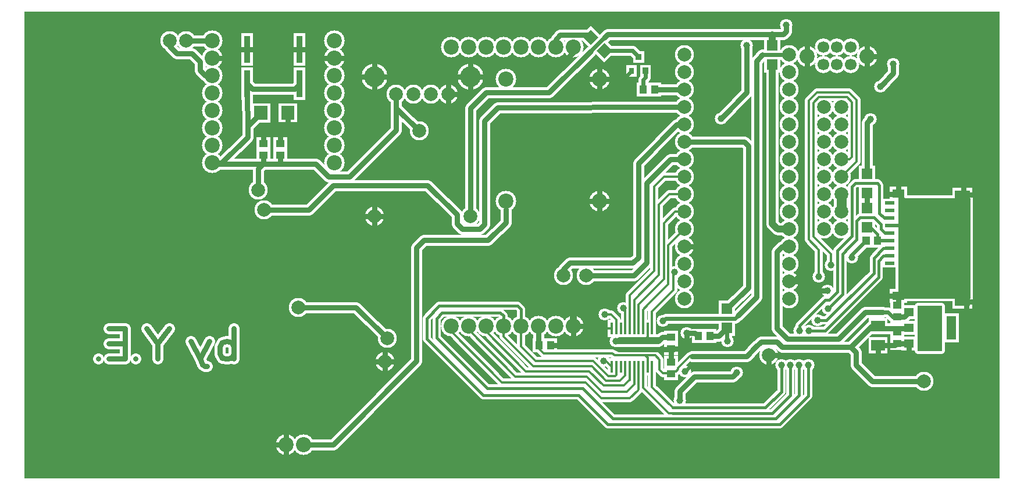
<source format=gbr>
%FSLAX34Y34*%
%MOMM*%
%LNSILK_TOP*%
G71*
G01*
%ADD10C, 2.80*%
%ADD11C, 3.00*%
%ADD12C, 3.80*%
%ADD13R, 2.60X2.00*%
%ADD14R, 3.00X2.00*%
%ADD15R, 2.20X1.30*%
%ADD16C, 0.85*%
%ADD17C, 1.30*%
%ADD18C, 2.50*%
%ADD19C, 3.00*%
%ADD20R, 1.90X2.00*%
%ADD21C, 1.40*%
%ADD22C, 1.60*%
%ADD23R, 2.20X2.00*%
%ADD24R, 2.20X4.30*%
%ADD25R, 2.00X1.90*%
%ADD26R, 2.80X2.40*%
%ADD27R, 2.40X2.40*%
%ADD28C, 1.80*%
%ADD29C, 0.80*%
%ADD30R, 1.70X4.80*%
%ADD31C, 1.80*%
%ADD32C, 2.80*%
%ADD33C, 2.20*%
%ADD34C, 1.59*%
%ADD35C, 1.15*%
%ADD36R, 1.60X1.70*%
%ADD37C, 0.60*%
%ADD38C, 1.20*%
%ADD39R, 1.20X2.60*%
%ADD40C, 1.00*%
%ADD41C, 0.35*%
%ADD42R, 2.70X2.80*%
%ADD43C, 0.90*%
%ADD44C, 2.00*%
%ADD45C, 2.20*%
%ADD46R, 1.80X1.20*%
%ADD47R, 2.20X1.20*%
%ADD48R, 1.40X0.50*%
%ADD49C, 0.05*%
%ADD50C, 0.50*%
%ADD51C, 1.70*%
%ADD52C, 2.20*%
%ADD53R, 1.10X1.20*%
%ADD54R, 1.40X1.20*%
%ADD55R, 1.40X3.50*%
%ADD56R, 1.20X1.10*%
%ADD57R, 2.00X1.60*%
%ADD58R, 1.60X1.60*%
%ADD59R, 0.90X4.00*%
%ADD60C, 1.00*%
%ADD61C, 2.00*%
%ADD62C, 0.79*%
%ADD63R, 0.80X0.90*%
%ADD64C, 0.40*%
%ADD65R, 0.40X1.80*%
%ADD66C, 0.10*%
%LPD*%
G36*
X0Y1000000D02*
X1420000Y1000000D01*
X1420000Y320000D01*
X0Y320000D01*
X0Y1000000D01*
G37*
%LPC*%
X960812Y936885D02*
G54D10*
D03*
X960812Y911485D02*
G54D10*
D03*
X960812Y886085D02*
G54D10*
D03*
X960812Y860685D02*
G54D10*
D03*
X960812Y835285D02*
G54D10*
D03*
X960812Y809885D02*
G54D10*
D03*
X960812Y784485D02*
G54D10*
D03*
X960812Y759085D02*
G54D10*
D03*
X960812Y733685D02*
G54D10*
D03*
X960812Y708285D02*
G54D10*
D03*
X960812Y682885D02*
G54D10*
D03*
X960812Y657485D02*
G54D10*
D03*
X960812Y632085D02*
G54D10*
D03*
X960812Y606685D02*
G54D10*
D03*
X960812Y581285D02*
G54D10*
D03*
X1113212Y936885D02*
G54D10*
D03*
X1113212Y911485D02*
G54D10*
D03*
X1113212Y886085D02*
G54D10*
D03*
X1113212Y860685D02*
G54D10*
D03*
X1113212Y835285D02*
G54D10*
D03*
X1113212Y809885D02*
G54D10*
D03*
X1113212Y784485D02*
G54D10*
D03*
X1113212Y759085D02*
G54D10*
D03*
X1113212Y733685D02*
G54D10*
D03*
X1113212Y708285D02*
G54D10*
D03*
X1113212Y682885D02*
G54D10*
D03*
X1113212Y657485D02*
G54D10*
D03*
X1113212Y632085D02*
G54D10*
D03*
X1113212Y606685D02*
G54D10*
D03*
X1113212Y581285D02*
G54D10*
D03*
X700738Y901900D02*
G54D11*
D03*
X700738Y724100D02*
G54D11*
D03*
X837262Y901900D02*
G54D11*
D03*
X837262Y724100D02*
G54D11*
D03*
X649500Y701500D02*
G54D10*
D03*
X649500Y904700D02*
G54D12*
D03*
X509500Y701500D02*
G54D10*
D03*
X509500Y904700D02*
G54D12*
D03*
X541400Y879300D02*
G54D10*
D03*
X566800Y879300D02*
G54D10*
D03*
X592200Y879300D02*
G54D10*
D03*
X617600Y879300D02*
G54D10*
D03*
X1272500Y734500D02*
G54D13*
D03*
X1366000Y577000D02*
G54D14*
D03*
X1272500Y585500D02*
G54D13*
D03*
X1366000Y733000D02*
G54D14*
D03*
X1259500Y655000D02*
G54D15*
D03*
X1259500Y666000D02*
G54D15*
D03*
X1259500Y677000D02*
G54D15*
D03*
X1259500Y688000D02*
G54D15*
D03*
X1259500Y699000D02*
G54D15*
D03*
X1259500Y710000D02*
G54D15*
D03*
X1259500Y721000D02*
G54D15*
D03*
X1259500Y633000D02*
G54D15*
D03*
X1259500Y644000D02*
G54D15*
D03*
G36*
X1376688Y582333D02*
X1376688Y727833D01*
X1282188Y727833D01*
X1279688Y730333D01*
X1272188Y730333D01*
X1272188Y582333D01*
X1376688Y582333D01*
G37*
G54D16*
X1376688Y582333D02*
X1376688Y727833D01*
X1282188Y727833D01*
X1279688Y730333D01*
X1272188Y730333D01*
X1272188Y582333D01*
X1376688Y582333D01*
G54D17*
X1259500Y688000D02*
X1277530Y688000D01*
X1277592Y688063D01*
X1163112Y947894D02*
G54D18*
D03*
X1163112Y922494D02*
G54D18*
D03*
X1183112Y947894D02*
G54D18*
D03*
X1183112Y922494D02*
G54D18*
D03*
X1203112Y947894D02*
G54D18*
D03*
X1203112Y922494D02*
G54D18*
D03*
X1139612Y934194D02*
G54D19*
D03*
X1226612Y934194D02*
G54D19*
D03*
X900488Y886085D02*
G54D20*
D03*
X917488Y886085D02*
G54D20*
D03*
X1164012Y860685D02*
G54D10*
D03*
X1189412Y860685D02*
G54D10*
D03*
X1189412Y835285D02*
G54D10*
D03*
X1164012Y835285D02*
G54D10*
D03*
X1164012Y809885D02*
G54D10*
D03*
X1189412Y809885D02*
G54D10*
D03*
X1189412Y784485D02*
G54D10*
D03*
X1164012Y759085D02*
G54D10*
D03*
X1164012Y784485D02*
G54D10*
D03*
X1189412Y759085D02*
G54D10*
D03*
X1164012Y733685D02*
G54D10*
D03*
X1189412Y733685D02*
G54D10*
D03*
X1189412Y708285D02*
G54D10*
D03*
X1164012Y708285D02*
G54D10*
D03*
X1189412Y682885D02*
G54D10*
D03*
X1164012Y682885D02*
G54D10*
D03*
G54D21*
X1074885Y936885D02*
X1066000Y928000D01*
X1066000Y584000D01*
X1035000Y553000D01*
X975000Y553000D01*
G54D22*
X541400Y879300D02*
X541400Y827400D01*
X473000Y759000D01*
X443000Y759000D01*
X424000Y778000D01*
X275050Y778000D01*
X273750Y779300D01*
X1287684Y515934D02*
G54D23*
D03*
X1287684Y538934D02*
G54D23*
D03*
X1287684Y561934D02*
G54D23*
D03*
X1349684Y538934D02*
G54D24*
D03*
X1270500Y572500D02*
G54D25*
D03*
X1270500Y555500D02*
G54D25*
D03*
G54D22*
X1270500Y538500D02*
X1287250Y538500D01*
X1287684Y538934D01*
X1270500Y533500D02*
G54D25*
D03*
X1270500Y516500D02*
G54D25*
D03*
G54D22*
X1270500Y516500D02*
X1287118Y516500D01*
X1287684Y515934D01*
G36*
X1216000Y676000D02*
X1235000Y676000D01*
X1235000Y656000D01*
X1216000Y656000D01*
X1216000Y676000D01*
G37*
X1242500Y666000D02*
G54D20*
D03*
G54D17*
X1259500Y666000D02*
X1242500Y666000D01*
X1243250Y541750D02*
G54D26*
D03*
X1243250Y513750D02*
G54D26*
D03*
G54D22*
X1270500Y538500D02*
X1248000Y538500D01*
X1243250Y541750D01*
X1088885Y950885D02*
G54D27*
D03*
X1088885Y922885D02*
G54D27*
D03*
G54D21*
X1113212Y936885D02*
X1074885Y936885D01*
G54D28*
X1088885Y950885D02*
X1088885Y965885D01*
X1089000Y966000D01*
G54D28*
X1088885Y922885D02*
X1088885Y691115D01*
X1096000Y684000D01*
G54D28*
X1113212Y682885D02*
X1097115Y682885D01*
X1096000Y684000D01*
G54D22*
X1113212Y657485D02*
X1103485Y657485D01*
X1096000Y650000D01*
X1096000Y538000D01*
G54D29*
X394000Y339000D02*
X1215000Y339000D01*
X1372000Y496000D01*
X1372000Y584000D01*
X211750Y957100D02*
G54D10*
D03*
X235750Y957100D02*
G54D10*
D03*
G54D22*
X211750Y957100D02*
X211750Y949250D01*
X222000Y939000D01*
X244000Y939000D01*
X256000Y927000D01*
X256000Y914000D01*
X261000Y909000D01*
G54D22*
X273750Y906300D02*
X263700Y906300D01*
X261000Y909000D01*
X348000Y808000D02*
G54D25*
D03*
X348000Y791000D02*
G54D25*
D03*
X324652Y944660D02*
G54D30*
D03*
X324652Y894660D02*
G54D30*
D03*
X400652Y944660D02*
G54D30*
D03*
X400652Y894660D02*
G54D30*
D03*
G54D29*
X451550Y931700D02*
X430912Y931700D01*
X422360Y944660D01*
G54D22*
X324652Y894660D02*
X324752Y816752D01*
X287300Y779300D01*
G54D22*
X273750Y779300D02*
X287300Y779300D01*
G54D22*
X400652Y894660D02*
X400652Y894369D01*
X393603Y887321D01*
X331991Y887321D01*
X324652Y894660D01*
G36*
X824798Y979556D02*
X841757Y962574D01*
X824775Y945615D01*
X807816Y962597D01*
X824798Y979556D01*
G37*
G36*
X844598Y959757D02*
X861556Y942775D01*
X844574Y925816D01*
X827615Y942799D01*
X844598Y959757D01*
G37*
G54D21*
X806402Y924402D02*
X849000Y967000D01*
X381300Y369400D02*
G54D11*
D03*
X406700Y369400D02*
G54D11*
D03*
G54D29*
X381300Y351400D02*
X381300Y351700D01*
X394000Y339000D01*
G54D22*
X406700Y369400D02*
X449400Y369400D01*
X571000Y491000D01*
X571000Y656000D01*
X582000Y667000D01*
X373000Y808000D02*
G54D25*
D03*
X373000Y791000D02*
G54D25*
D03*
G54D22*
X348000Y791000D02*
X348000Y779000D01*
G54D22*
X373000Y791000D02*
X373000Y779000D01*
G54D29*
X388000Y828000D02*
X392000Y808000D01*
X415000Y831000D01*
G54D29*
X430912Y931700D02*
X419912Y835912D01*
X415000Y831000D01*
X1157000Y614000D02*
G54D31*
D03*
G54D29*
X1130000Y617000D02*
X1130000Y878000D01*
X1144000Y892000D01*
X1205000Y892000D01*
X1270000Y827000D01*
X1344000Y827000D01*
X1367000Y804000D01*
X1367000Y709000D01*
X1023000Y567000D02*
G54D27*
D03*
X1023000Y539000D02*
G54D27*
D03*
G54D22*
X1048115Y809885D02*
X1054000Y804000D01*
X1054000Y598000D01*
X1023000Y567000D01*
X1310000Y461000D02*
G54D32*
D03*
G54D33*
X1189412Y708285D02*
X1189412Y733685D01*
G54D22*
X649500Y701500D02*
X649500Y859300D01*
X672200Y882000D01*
X764000Y882000D01*
X824402Y942402D01*
G54D22*
X849000Y967000D02*
X844000Y962000D01*
G54D22*
X1074885Y936885D02*
X1066000Y928000D01*
X1066000Y584000D01*
X1039000Y557000D01*
X1084000Y499000D02*
G54D32*
D03*
G54D22*
X700738Y712100D02*
X700738Y692738D01*
X675000Y667000D01*
X582000Y667000D01*
X571000Y656000D01*
G54D22*
X917488Y886085D02*
X960812Y886085D01*
G54D22*
X780000Y966000D02*
X821373Y966000D01*
X824787Y962586D01*
G54D22*
X773500Y947900D02*
X773500Y959500D01*
X780000Y966000D01*
G54D29*
X509500Y904700D02*
X649500Y904700D01*
X525000Y490000D02*
G54D32*
D03*
X340000Y740000D02*
G54D32*
D03*
G54D22*
X340000Y740000D02*
X340000Y771000D01*
X348000Y779000D01*
X349000Y711000D02*
G54D32*
D03*
G54D22*
X349000Y711000D02*
X414000Y711000D01*
X450000Y747000D01*
X587000Y747000D01*
X630000Y704000D01*
G54D22*
X630000Y704000D02*
X630000Y691000D01*
X638000Y683000D01*
X663000Y683000D01*
X670000Y690000D01*
X670000Y841000D01*
X689285Y860285D01*
G54D22*
X960812Y860685D02*
X689285Y860285D01*
X670000Y841000D01*
G54D22*
X960812Y809885D02*
X1048115Y809885D01*
X1054000Y804000D01*
X575000Y826000D02*
G54D32*
D03*
X818000Y615000D02*
G54D32*
D03*
G54D22*
X818000Y615000D02*
X887000Y615000D01*
X906000Y634000D01*
X906000Y750000D01*
X939000Y783000D01*
G54D22*
X960812Y784485D02*
X940485Y784485D01*
X939000Y783000D01*
X528000Y524000D02*
G54D32*
D03*
X399000Y569000D02*
G54D32*
D03*
G54D22*
X399000Y569000D02*
X483000Y569000D01*
X528000Y524000D01*
X785000Y615000D02*
G54D32*
D03*
G54D22*
X785000Y615000D02*
X785000Y625000D01*
X794000Y634000D01*
X886000Y634000D01*
X894000Y642000D01*
X894000Y779000D01*
X947000Y832000D01*
G54D22*
X960812Y835285D02*
X950285Y835285D01*
X947000Y832000D01*
G54D29*
X381300Y369400D02*
X352600Y369400D01*
X352000Y370000D01*
G54D29*
X381300Y369400D02*
X381300Y407300D01*
X382000Y408000D01*
G54D29*
X525000Y490000D02*
X547000Y490000D01*
G54D29*
X525000Y490000D02*
X525000Y505000D01*
G54D29*
X525000Y490000D02*
X525000Y469000D01*
G54D29*
X451550Y931700D02*
X482500Y931700D01*
X510000Y934000D01*
G54D29*
X509500Y904700D02*
X509500Y933500D01*
X510000Y934000D01*
G54D29*
X509500Y904700D02*
X509500Y875500D01*
X510000Y875000D01*
G54D29*
X509500Y904700D02*
X485700Y904700D01*
X485000Y904000D01*
G54D29*
X649500Y904700D02*
X649500Y927500D01*
X649000Y928000D01*
G54D29*
X649500Y904700D02*
X649500Y881500D01*
X649000Y881000D01*
G54D29*
X837262Y901900D02*
X816100Y901900D01*
X816000Y902000D01*
G54D29*
X837262Y901900D02*
X859100Y901900D01*
X861000Y900000D01*
G54D29*
X837262Y901900D02*
X837262Y919738D01*
X837000Y920000D01*
G54D29*
X837262Y901900D02*
X837262Y876738D01*
X838000Y876000D01*
G54D29*
X509500Y701500D02*
X531500Y701500D01*
X532000Y701000D01*
G54D29*
X509500Y701500D02*
X487500Y701500D01*
X486000Y700000D01*
G54D29*
X509500Y701500D02*
X509500Y723500D01*
X511000Y725000D01*
G54D29*
X509500Y701500D02*
X509500Y671500D01*
X507000Y669000D01*
G54D29*
X837262Y724100D02*
X801900Y724100D01*
X797000Y729000D01*
G54D29*
X837262Y724100D02*
X864900Y724100D01*
X867000Y722000D01*
G54D29*
X837262Y724100D02*
X837262Y750738D01*
X835000Y753000D01*
G54D29*
X837262Y724100D02*
X837262Y702262D01*
X836000Y701000D01*
G54D29*
X960812Y657485D02*
X992515Y657485D01*
X994000Y656000D01*
G54D29*
X381300Y369400D02*
X381300Y351700D01*
G54D29*
X1366000Y577000D02*
X1385000Y577000D01*
G54D29*
X1366000Y733000D02*
X1386000Y733000D01*
G54D29*
X1273000Y747000D02*
X1273000Y735000D01*
X1272500Y734500D01*
G54D29*
X1257000Y734000D02*
X1272000Y734000D01*
X1272500Y734500D01*
G54D29*
X649500Y904700D02*
X673700Y904700D01*
X674000Y905000D01*
G54D29*
X798900Y947900D02*
X798900Y940900D01*
X778000Y920000D01*
G54D29*
X674000Y905000D02*
X674000Y912000D01*
X685000Y923000D01*
X775000Y923000D01*
X778000Y920000D01*
G54D22*
X541400Y879300D02*
X541400Y859600D01*
X575000Y826000D01*
G54D29*
X348000Y808000D02*
X348000Y828000D01*
G54D29*
X373000Y808000D02*
X373000Y827000D01*
G54D29*
X388000Y828000D02*
X374000Y828000D01*
X373000Y827000D01*
X349000Y827000D01*
X348000Y828000D01*
G54D29*
X400652Y944660D02*
X422360Y944660D01*
X422700Y945000D01*
G54D29*
X324652Y944660D02*
X304040Y944660D01*
X303700Y945000D01*
G54D29*
X617600Y879300D02*
X617600Y853400D01*
X618000Y853000D01*
X621000Y853000D01*
X649000Y881000D01*
G54D29*
X617600Y879300D02*
X617600Y892600D01*
G54D29*
X617600Y879300D02*
X647300Y879300D01*
X649000Y881000D01*
G54D29*
X381300Y369400D02*
X381300Y448900D01*
X412400Y480000D01*
G54D29*
X525000Y490000D02*
X422400Y490000D01*
X412400Y480000D01*
G54D29*
X798900Y541500D02*
X798900Y514300D01*
X798800Y515200D01*
G54D29*
X817570Y541500D02*
X798900Y541500D01*
G54D29*
X1272500Y585500D02*
X1272500Y573260D01*
G54D29*
X1139612Y934194D02*
X1139612Y954052D01*
X1139660Y954100D01*
G54D29*
X1139612Y934194D02*
X1139612Y907348D01*
X1140300Y906660D01*
G54D29*
X324652Y944660D02*
X400652Y944660D01*
X749590Y514070D02*
G54D20*
D03*
X766590Y514070D02*
G54D20*
D03*
G54D22*
X748100Y541500D02*
X748100Y515560D01*
X749590Y514070D01*
G54D29*
X766590Y514070D02*
X798070Y514070D01*
G54D22*
X273750Y957100D02*
X235750Y957100D01*
X621100Y947900D02*
G54D11*
D03*
X621100Y541500D02*
G54D11*
D03*
X646500Y947900D02*
G54D11*
D03*
X646500Y541500D02*
G54D11*
D03*
X671900Y947900D02*
G54D11*
D03*
X671900Y541500D02*
G54D11*
D03*
X697300Y947900D02*
G54D11*
D03*
X697300Y541500D02*
G54D11*
D03*
X722700Y947900D02*
G54D11*
D03*
X722700Y541500D02*
G54D11*
D03*
X748100Y947900D02*
G54D11*
D03*
X748100Y541500D02*
G54D11*
D03*
X773500Y947900D02*
G54D11*
D03*
X773500Y541500D02*
G54D11*
D03*
X798900Y947900D02*
G54D11*
D03*
X798900Y541500D02*
G54D11*
D03*
G54D34*
X304770Y494334D02*
X304770Y538778D01*
G54D34*
X304770Y512111D02*
X301437Y517667D01*
X294770Y519334D01*
X288103Y517667D01*
X284770Y512111D01*
X284770Y501000D01*
X288103Y495445D01*
X294770Y494334D01*
X301437Y495445D01*
X304770Y501000D01*
G54D34*
X269214Y519334D02*
X255881Y494334D01*
X242547Y519334D01*
G54D34*
X255881Y494334D02*
X259214Y486000D01*
X262547Y483222D01*
X265881Y483222D01*
G54D34*
X210768Y538778D02*
X194101Y516556D01*
X194101Y494334D01*
G54D34*
X194101Y516556D02*
X177435Y538778D01*
G54D34*
X161879Y494334D02*
X161879Y494334D01*
G54D34*
X122990Y494334D02*
X146323Y494334D01*
X146323Y538778D01*
X122990Y538778D01*
G54D34*
X146323Y516556D02*
X122990Y516556D01*
G54D34*
X107434Y494334D02*
X107434Y494334D01*
G54D29*
X273750Y931700D02*
X304700Y931700D01*
X305000Y932000D01*
X451550Y779300D02*
G54D11*
D03*
X451550Y804700D02*
G54D11*
D03*
X451550Y830100D02*
G54D11*
D03*
X451550Y855500D02*
G54D11*
D03*
X451550Y880900D02*
G54D11*
D03*
X451550Y906300D02*
G54D11*
D03*
X451550Y931700D02*
G54D11*
D03*
X451550Y957100D02*
G54D11*
D03*
X273750Y779300D02*
G54D11*
D03*
X273750Y804700D02*
G54D11*
D03*
X273750Y830100D02*
G54D11*
D03*
X273750Y855500D02*
G54D11*
D03*
X273750Y880900D02*
G54D11*
D03*
X273750Y906300D02*
G54D11*
D03*
X273750Y931700D02*
G54D11*
D03*
X273750Y957100D02*
G54D11*
D03*
X273750Y957100D02*
G54D11*
D03*
G54D29*
X303700Y945000D02*
X303700Y932700D01*
X304700Y931700D01*
G54D22*
X1270500Y555500D02*
X1281250Y555500D01*
X1287684Y561934D01*
G54D21*
X1250000Y562000D02*
X1257000Y562000D01*
X1264000Y555000D01*
X1270000Y555000D01*
X1270500Y555500D01*
G54D29*
X1243250Y513750D02*
X1267750Y513750D01*
X1270500Y516500D01*
G54D35*
X960812Y759085D02*
X931085Y759085D01*
X917000Y745000D01*
X917000Y622000D01*
X895000Y600000D01*
G54D35*
X960812Y733685D02*
X938685Y733685D01*
X924000Y719000D01*
X924000Y616000D01*
X902000Y594000D01*
G54D35*
X960812Y708285D02*
X947285Y708285D01*
X931000Y692000D01*
X931000Y610000D01*
X908000Y587000D01*
X884271Y913760D02*
G54D36*
D03*
G36*
X896271Y922260D02*
X912271Y922260D01*
X912271Y905260D01*
X896271Y905260D01*
X896271Y922260D01*
G37*
G36*
X886271Y942259D02*
X902271Y942260D01*
X902271Y925260D01*
X886271Y925259D01*
X886271Y942259D01*
G37*
G54D21*
X900488Y886085D02*
X900488Y900488D01*
X904000Y904000D01*
G54D21*
X904271Y913760D02*
X904271Y904271D01*
X904000Y904000D01*
G54D37*
X837262Y901900D02*
X872412Y901900D01*
X884271Y913760D01*
G54D21*
X844586Y942787D02*
X885244Y942787D01*
X894271Y933760D01*
X1052000Y951000D02*
G54D31*
D03*
X1014000Y844000D02*
G54D31*
D03*
G54D22*
X1052000Y951000D02*
X1052000Y882000D01*
X1014000Y844000D01*
G54D35*
X697300Y541500D02*
X697300Y526700D01*
X741000Y483000D01*
X826000Y483000D01*
X847000Y462000D01*
X867000Y462000D01*
X873000Y468000D01*
G54D35*
X874867Y482567D02*
X874867Y469867D01*
X873000Y468000D01*
G54D35*
X671900Y541500D02*
X671900Y534100D01*
X730000Y476000D01*
X822000Y476000D01*
X843000Y455000D01*
X873000Y455000D01*
X881000Y463000D01*
G54D35*
X881367Y482567D02*
X881367Y463367D01*
X881000Y463000D01*
G54D35*
X646500Y541500D02*
X646500Y536500D01*
X715000Y468000D01*
X819000Y468000D01*
X841000Y446000D01*
X877000Y446000D01*
X887000Y456000D01*
G54D35*
X887866Y482567D02*
X887866Y456866D01*
X887000Y456000D01*
G54D35*
X621100Y541500D02*
X621100Y533900D01*
X695000Y460000D01*
X817000Y460000D01*
X840000Y437000D01*
X881727Y437000D01*
X892864Y448136D01*
G54D35*
X894367Y482567D02*
X894367Y449639D01*
X892864Y448136D01*
G54D35*
X881367Y538567D02*
X881367Y586367D01*
X917000Y622000D01*
G54D35*
X887867Y538567D02*
X887867Y579867D01*
X923000Y615000D01*
G54D35*
X894367Y538567D02*
X894367Y573367D01*
X931000Y610000D01*
X872000Y568000D02*
G54D31*
D03*
X845000Y559000D02*
G54D31*
D03*
G54D35*
X874867Y538567D02*
X874867Y565133D01*
X872000Y568000D01*
G54D35*
X861867Y538567D02*
X861867Y551133D01*
X855000Y558000D01*
G54D35*
X845000Y559000D02*
X854000Y559000D01*
X855000Y558000D01*
X930000Y549000D02*
G54D31*
D03*
X964000Y532000D02*
G54D31*
D03*
X946812Y620085D02*
G54D31*
D03*
G54D35*
X975000Y553000D02*
X934000Y553000D01*
X930000Y549000D01*
G54D35*
X937500Y619500D02*
X937500Y659574D01*
X960812Y682885D01*
G54D35*
X937500Y619500D02*
X937500Y602500D01*
X908000Y573000D01*
G54D35*
X900867Y565867D02*
X908000Y573000D01*
G54D35*
X945000Y606000D02*
X945000Y618274D01*
X946812Y620085D01*
G54D35*
X945000Y606000D02*
X945000Y594000D01*
X916500Y565500D01*
G54D35*
X913867Y538567D02*
X913867Y562867D01*
X916500Y565500D01*
X981168Y527336D02*
G54D20*
D03*
X998168Y527336D02*
G54D20*
D03*
G54D29*
X1084000Y499000D02*
X1188500Y499000D01*
G54D22*
X1243250Y541750D02*
X1233250Y541750D01*
X1203000Y511500D01*
X1103500Y511500D01*
X1096000Y519000D01*
X1072500Y519000D01*
X1064500Y511000D01*
G54D29*
X964000Y532000D02*
X976504Y532000D01*
X981168Y527336D01*
G54D22*
X998168Y527336D02*
X1011336Y527336D01*
X1023000Y539000D01*
G54D22*
X972000Y498000D02*
X1051500Y498000D01*
X1064500Y511000D01*
X941867Y489567D02*
G54D25*
D03*
X941867Y472567D02*
G54D25*
D03*
G54D38*
X586000Y553000D02*
X586000Y529000D01*
G54D38*
X600000Y553000D02*
X600000Y529000D01*
G54D38*
X697300Y541500D02*
X697300Y556700D01*
X693000Y561000D01*
X608000Y561000D01*
X600000Y553000D01*
G54D38*
X722700Y541500D02*
X722700Y566300D01*
X718000Y571000D01*
X604000Y571000D01*
X586000Y553000D01*
G54D38*
X600000Y529000D02*
X600000Y525000D01*
X674000Y451000D01*
X813000Y451000D01*
X834000Y430000D01*
G54D38*
X586000Y529000D02*
X586000Y523000D01*
X668000Y441000D01*
X807000Y441000D01*
X829000Y419000D01*
G54D35*
X768000Y502000D02*
X756000Y502000D01*
X747000Y511000D01*
G54D29*
X1113212Y606685D02*
X1119685Y606685D01*
X1130000Y617000D01*
G54D29*
X1130000Y648000D02*
X1130000Y617000D01*
G54D35*
X1189412Y784485D02*
X1201485Y784485D01*
X1205000Y788000D01*
X1205000Y868000D01*
X1198000Y875000D01*
X1157000Y875000D01*
X1149000Y867000D01*
X1149000Y846000D01*
G54D35*
X1149000Y846000D02*
X1149000Y672000D01*
X1174000Y647000D01*
X1174000Y631000D01*
G54D35*
X1142000Y679000D02*
X1142000Y668000D01*
X1157000Y653000D01*
G54D35*
X1142000Y679000D02*
X1142000Y870000D01*
X1153000Y881000D01*
G54D35*
X1166000Y882000D02*
X1154000Y882000D01*
X1153000Y881000D01*
G54D35*
X1166000Y882000D02*
X1201000Y882000D01*
X1211000Y872000D01*
G54D35*
X1212000Y862000D02*
X1212000Y871000D01*
X1211000Y872000D01*
G54D35*
X1212000Y812000D02*
X1212000Y781674D01*
X1189412Y759085D01*
G54D35*
X1212000Y862000D02*
X1212000Y812000D01*
G54D29*
X1367000Y804000D02*
X1367000Y709000D01*
X1369000Y707000D01*
X1102000Y485000D02*
G54D31*
D03*
X1115000Y485000D02*
G54D31*
D03*
X1128000Y485000D02*
G54D31*
D03*
X1141000Y485000D02*
G54D31*
D03*
X1129000Y535000D02*
G54D31*
D03*
X1142000Y535000D02*
G54D31*
D03*
X1155000Y550000D02*
G54D31*
D03*
G54D38*
X1141000Y485000D02*
X1141000Y440000D01*
X1100000Y399000D01*
G54D38*
X1128000Y485000D02*
X1128000Y441000D01*
X1094000Y407000D01*
G54D38*
X1115000Y485000D02*
X1115000Y441000D01*
X1089000Y415000D01*
G54D38*
X1102000Y485000D02*
X1102000Y446000D01*
X1079000Y423000D01*
G54D29*
X1372000Y496000D02*
X1294000Y496000D01*
X1287684Y502316D01*
G54D29*
X1287684Y515934D02*
X1287684Y502316D01*
X1294000Y496000D01*
G54D22*
X1179000Y523000D02*
X1111000Y523000D01*
X1097000Y537000D01*
G54D22*
X1096000Y573000D02*
X1096000Y538000D01*
X1097000Y537000D01*
X1174000Y631000D02*
G54D31*
D03*
X1170000Y567000D02*
G54D31*
D03*
G54D38*
X1212000Y685000D02*
X1212000Y668000D01*
X1200000Y656000D01*
G54D38*
X1142000Y535000D02*
X1166000Y535000D01*
X1244000Y613000D01*
X1244000Y637000D01*
X1250000Y643000D01*
G54D38*
X1259500Y644000D02*
X1251000Y644000D01*
X1250000Y643000D01*
G54D38*
X1155000Y550000D02*
X1168000Y550000D01*
X1237000Y619000D01*
X1237000Y641000D01*
X1251000Y655000D01*
G54D38*
X1259500Y655000D02*
X1251000Y655000D01*
X1237000Y641000D01*
G54D38*
X1191000Y647000D02*
X1191000Y588000D01*
X1170000Y567000D01*
G54D38*
X1200000Y656000D02*
X1191000Y647000D01*
G54D38*
X1184000Y626000D02*
X1184000Y652000D01*
X1205000Y673000D01*
G54D38*
X1129000Y535000D02*
X1129000Y543000D01*
X1166000Y580000D01*
X1172000Y580000D01*
X1184000Y592000D01*
X1184000Y626000D01*
G54D35*
X1157000Y614000D02*
X1157000Y653000D01*
X1142000Y668000D01*
X1169000Y593000D02*
G54D31*
D03*
G54D29*
X1113212Y606685D02*
X1130315Y606685D01*
X1144000Y593000D01*
X1169000Y593000D01*
X855367Y538567D02*
G54D39*
D03*
X861867Y538567D02*
G54D39*
D03*
X868367Y538567D02*
G54D39*
D03*
X874867Y538567D02*
G54D39*
D03*
X881367Y538567D02*
G54D39*
D03*
X887867Y538567D02*
G54D39*
D03*
X894367Y538567D02*
G54D39*
D03*
X900867Y538567D02*
G54D39*
D03*
X907367Y538567D02*
G54D39*
D03*
X913867Y538567D02*
G54D39*
D03*
X855367Y482567D02*
G54D39*
D03*
X861867Y482567D02*
G54D39*
D03*
X868367Y482567D02*
G54D39*
D03*
X874867Y482567D02*
G54D39*
D03*
X881367Y482567D02*
G54D39*
D03*
X887867Y482567D02*
G54D39*
D03*
X894367Y482567D02*
G54D39*
D03*
X900867Y482567D02*
G54D39*
D03*
X907367Y482567D02*
G54D39*
D03*
X913867Y482567D02*
G54D39*
D03*
X962000Y476000D02*
G54D31*
D03*
G54D35*
X900867Y538567D02*
X900867Y565867D01*
X908000Y573000D01*
G54D35*
X907367Y538567D02*
X907367Y526367D01*
X905000Y524000D01*
X866000Y524000D01*
X861000Y520000D01*
G54D35*
X722700Y541500D02*
X722700Y512300D01*
X744000Y491000D01*
X828000Y491000D01*
G54D35*
X861867Y482567D02*
X861867Y470867D01*
X860000Y469000D01*
X850000Y469000D01*
X841000Y478000D01*
G54D35*
X828000Y491000D02*
X841000Y478000D01*
G54D35*
X907367Y482567D02*
X907367Y495633D01*
X907000Y496000D01*
X861000Y520000D02*
G54D31*
D03*
G54D35*
X856000Y502000D02*
X859000Y499000D01*
X904000Y499000D01*
X907000Y496000D01*
G54D40*
X798900Y541500D02*
X798900Y561100D01*
X760000Y600000D01*
X760000Y663000D01*
X787000Y690000D01*
X825000Y690000D01*
X837262Y702262D01*
X843000Y491000D02*
G54D31*
D03*
X954000Y433000D02*
G54D31*
D03*
G54D38*
X963000Y423000D02*
X944000Y423000D01*
G54D38*
X963000Y415000D02*
X944000Y415000D01*
G54D38*
X963000Y407000D02*
X944000Y407000D01*
G54D38*
X963000Y399000D02*
X944000Y399000D01*
G54D38*
X963000Y423000D02*
X1079000Y423000D01*
X1102000Y446000D01*
G54D35*
X913867Y482567D02*
X913867Y453133D01*
X944000Y423000D01*
G54D38*
X963000Y415000D02*
X1089000Y415000D01*
X1110000Y436000D01*
G54D35*
X900867Y482567D02*
X900867Y452133D01*
X938000Y415000D01*
X944000Y415000D01*
G54D38*
X944000Y407000D02*
X857000Y407000D01*
X834000Y430000D01*
G54D38*
X944000Y399000D02*
X849000Y399000D01*
X829000Y419000D01*
G54D38*
X963000Y407000D02*
X1094000Y407000D01*
X1115000Y428000D01*
G54D38*
X963000Y399000D02*
X1100000Y399000D01*
X1120000Y419000D01*
G54D22*
X954000Y433000D02*
X954000Y447000D01*
X975000Y468000D01*
X1028000Y468000D01*
X1037000Y474000D02*
G54D31*
D03*
G54D38*
X1028000Y468000D02*
X1031000Y468000D01*
X1037000Y474000D01*
X1024000Y520000D02*
G54D31*
D03*
G54D21*
X1023000Y539000D02*
X1023000Y521000D01*
X1024000Y520000D01*
G54D35*
X843000Y491000D02*
X846934Y491000D01*
X855367Y482567D01*
G54D41*
X855367Y538567D02*
X820503Y538567D01*
X817570Y541500D01*
G54D35*
X768000Y502000D02*
X856000Y502000D01*
X859000Y499000D01*
X941867Y525567D02*
G54D25*
D03*
X941867Y508567D02*
G54D25*
D03*
G54D35*
X904000Y499000D02*
X919000Y499000D01*
X925000Y493000D01*
X925000Y478000D01*
X930000Y473000D01*
X941434Y473000D01*
X941867Y472567D01*
G54D29*
X941867Y489567D02*
X941867Y508567D01*
G54D41*
X859000Y510000D02*
X940434Y510000D01*
X941867Y508567D01*
G54D41*
X839000Y538000D02*
X839000Y520000D01*
X849000Y510000D01*
X859000Y510000D01*
G54D29*
X964000Y532000D02*
X964000Y513000D01*
X960000Y509000D01*
X942300Y509000D01*
X941867Y508567D01*
G54D35*
X945000Y476000D02*
X949000Y476000D01*
X952000Y479000D01*
X952000Y481000D01*
X966000Y495000D01*
G54D35*
X972000Y498000D02*
X969000Y498000D01*
X966000Y495000D01*
G54D35*
X905000Y524000D02*
X940300Y524000D01*
X941867Y525567D01*
G54D22*
X1028000Y468000D02*
X1031000Y468000D01*
X1037000Y474000D01*
X1227000Y714000D02*
G54D27*
D03*
X1227000Y686000D02*
G54D27*
D03*
G54D38*
X1237000Y700000D02*
X1217000Y700000D01*
X1227000Y764000D02*
G54D27*
D03*
X1227000Y736000D02*
G54D27*
D03*
G54D38*
X1237000Y750000D02*
X1217000Y750000D01*
G54D38*
X1212000Y685000D02*
X1212000Y695000D01*
X1217000Y700000D01*
G54D38*
X1259500Y677000D02*
X1253000Y677000D01*
X1247000Y683000D01*
X1247000Y690000D01*
X1237000Y700000D01*
G54D38*
X1242500Y666000D02*
X1242500Y675500D01*
X1232000Y686000D01*
G54D38*
X1205000Y673000D02*
X1205000Y745000D01*
X1210000Y750000D01*
X1217000Y750000D01*
G54D38*
X1259500Y699000D02*
X1252000Y699000D01*
X1245000Y706000D01*
X1245000Y747000D01*
X1242000Y750000D01*
X1237000Y750000D01*
G54D22*
X1227000Y736000D02*
X1227000Y714000D01*
X1232000Y843000D02*
G54D31*
D03*
G54D22*
X1227000Y764000D02*
X1227000Y838000D01*
X1232000Y843000D01*
G54D22*
X1310000Y461000D02*
X1234500Y461000D01*
X1210500Y485000D01*
G54D22*
X1179000Y523000D02*
X1185000Y523000D01*
X1224000Y562000D01*
X1250000Y562000D01*
G54D37*
X1038000Y486000D02*
X1047000Y486000D01*
X1058000Y475000D01*
X1081000Y475000D01*
X1084000Y478000D01*
G54D37*
X1038000Y486000D02*
X972000Y486000D01*
X962000Y476000D01*
G54D29*
X1084000Y499000D02*
X1084000Y478000D01*
G54D29*
X1196000Y892000D02*
X1205000Y892000D01*
X1270000Y827000D01*
X1344000Y827000D01*
X1367000Y804000D01*
X1246000Y891000D02*
G54D31*
D03*
X1265000Y924000D02*
G54D31*
D03*
G54D22*
X1265000Y924000D02*
X1265000Y910000D01*
X1246000Y891000D01*
G54D22*
X844000Y962000D02*
X849000Y967000D01*
X1105000Y967000D01*
X1109000Y980000D02*
G54D31*
D03*
G54D22*
X1109000Y980000D02*
X1109000Y971000D01*
X1105000Y967000D01*
G54D29*
X1226612Y934194D02*
X1226612Y956388D01*
X1226000Y957000D01*
G54D29*
X1226612Y934194D02*
X1226612Y902388D01*
X1227000Y902000D01*
G54D29*
X1226612Y934194D02*
X1248806Y934194D01*
X1249000Y934000D01*
G54D21*
X975000Y553000D02*
X934000Y553000D01*
X930000Y549000D01*
X1205000Y642000D02*
G54D31*
D03*
G54D21*
X1205000Y642000D02*
X1205000Y645500D01*
X1225500Y666000D01*
G36*
X330850Y866350D02*
X357850Y866350D01*
X357850Y838350D01*
X330850Y838350D01*
X330850Y866350D01*
G37*
X383650Y852350D02*
G54D42*
D03*
G54D29*
X383650Y852350D02*
X383650Y832350D01*
X388000Y828000D01*
G54D22*
X344350Y852350D02*
X325000Y833000D01*
G54D22*
X861000Y520000D02*
X923000Y520000D01*
X926000Y523000D01*
G54D22*
X941867Y525567D02*
X928567Y525567D01*
X926000Y523000D01*
G54D29*
X865000Y508000D02*
X941300Y508000D01*
X941867Y508567D01*
G36*
X1335184Y506434D02*
X1300184Y506434D01*
X1300184Y571434D01*
X1335184Y571434D01*
X1335184Y506434D01*
G37*
G54D43*
X1335184Y506434D02*
X1300184Y506434D01*
X1300184Y571434D01*
X1335184Y571434D01*
X1335184Y506434D01*
G54D29*
X1272500Y585500D02*
X1246500Y585500D01*
X1246000Y585000D01*
G54D22*
X1210500Y485000D02*
X1210500Y504000D01*
X1203000Y511500D01*
G54D29*
X1188500Y499000D02*
X1188500Y467500D01*
X1265000Y391000D01*
G54D29*
X1243250Y513750D02*
X1243250Y494250D01*
X1243000Y494000D01*
%LPD*%
X960812Y936885D02*
G54D44*
D03*
X960812Y911485D02*
G54D44*
D03*
X960812Y886085D02*
G54D44*
D03*
X960812Y860685D02*
G54D44*
D03*
X960812Y835285D02*
G54D44*
D03*
X960812Y809885D02*
G54D44*
D03*
X960812Y784485D02*
G54D44*
D03*
X960812Y759085D02*
G54D44*
D03*
X960812Y733685D02*
G54D44*
D03*
X960812Y708285D02*
G54D44*
D03*
X960812Y682885D02*
G54D44*
D03*
X960812Y657485D02*
G54D44*
D03*
X960812Y632085D02*
G54D44*
D03*
X960812Y606685D02*
G54D44*
D03*
X960812Y581285D02*
G54D44*
D03*
X1113212Y936885D02*
G54D44*
D03*
X1113212Y911485D02*
G54D44*
D03*
X1113212Y886085D02*
G54D44*
D03*
X1113212Y860685D02*
G54D44*
D03*
X1113212Y835285D02*
G54D44*
D03*
X1113212Y809885D02*
G54D44*
D03*
X1113212Y784485D02*
G54D44*
D03*
X1113212Y759085D02*
G54D44*
D03*
X1113212Y733685D02*
G54D44*
D03*
X1113212Y708285D02*
G54D44*
D03*
X1113212Y682885D02*
G54D44*
D03*
X1113212Y657485D02*
G54D44*
D03*
X1113212Y632085D02*
G54D44*
D03*
X1113212Y606685D02*
G54D44*
D03*
X1113212Y581285D02*
G54D44*
D03*
X700738Y901900D02*
G54D45*
D03*
X700738Y724100D02*
G54D45*
D03*
X837262Y901900D02*
G54D45*
D03*
X837262Y724100D02*
G54D45*
D03*
X649500Y701500D02*
G54D44*
D03*
X649500Y904700D02*
G54D11*
D03*
X509500Y701500D02*
G54D44*
D03*
X509500Y904700D02*
G54D11*
D03*
X541400Y879300D02*
G54D44*
D03*
X566800Y879300D02*
G54D44*
D03*
X592200Y879300D02*
G54D44*
D03*
X617600Y879300D02*
G54D44*
D03*
X1272500Y734500D02*
G54D46*
D03*
X1366000Y577000D02*
G54D47*
D03*
X1272500Y585500D02*
G54D46*
D03*
X1366000Y733000D02*
G54D47*
D03*
X1259500Y655000D02*
G54D48*
D03*
X1259500Y666000D02*
G54D48*
D03*
X1259500Y677000D02*
G54D48*
D03*
X1259500Y688000D02*
G54D48*
D03*
X1259500Y699000D02*
G54D48*
D03*
X1259500Y710000D02*
G54D48*
D03*
X1259500Y721000D02*
G54D48*
D03*
X1259500Y633000D02*
G54D48*
D03*
X1259500Y644000D02*
G54D48*
D03*
G36*
X1376688Y582333D02*
X1376688Y727833D01*
X1282188Y727833D01*
X1279688Y730333D01*
X1272188Y730333D01*
X1272188Y582333D01*
X1376688Y582333D01*
G37*
G54D49*
X1376688Y582333D02*
X1376688Y727833D01*
X1282188Y727833D01*
X1279688Y730333D01*
X1272188Y730333D01*
X1272188Y582333D01*
X1376688Y582333D01*
G54D50*
X1259500Y688000D02*
X1277530Y688000D01*
X1277592Y688063D01*
X1163112Y947894D02*
G54D51*
D03*
X1163112Y922494D02*
G54D51*
D03*
X1183112Y947894D02*
G54D51*
D03*
X1183112Y922494D02*
G54D51*
D03*
X1203112Y947894D02*
G54D51*
D03*
X1203112Y922494D02*
G54D51*
D03*
X1139612Y934194D02*
G54D52*
D03*
X1226612Y934194D02*
G54D52*
D03*
X900488Y886085D02*
G54D53*
D03*
X917488Y886085D02*
G54D53*
D03*
X1164012Y860685D02*
G54D44*
D03*
X1189412Y860685D02*
G54D44*
D03*
X1189412Y835285D02*
G54D44*
D03*
X1164012Y835285D02*
G54D44*
D03*
X1164012Y809885D02*
G54D44*
D03*
X1189412Y809885D02*
G54D44*
D03*
X1189412Y784485D02*
G54D44*
D03*
X1164012Y759085D02*
G54D44*
D03*
X1164012Y784485D02*
G54D44*
D03*
X1189412Y759085D02*
G54D44*
D03*
X1164012Y733685D02*
G54D44*
D03*
X1189412Y733685D02*
G54D44*
D03*
X1189412Y708285D02*
G54D44*
D03*
X1164012Y708285D02*
G54D44*
D03*
X1189412Y682885D02*
G54D44*
D03*
X1164012Y682885D02*
G54D44*
D03*
G54D37*
X1074885Y936885D02*
X1066000Y928000D01*
X1066000Y584000D01*
X1035000Y553000D01*
X975000Y553000D01*
G54D29*
X541400Y879300D02*
X541400Y827400D01*
X473000Y759000D01*
X443000Y759000D01*
X424000Y778000D01*
X275050Y778000D01*
X273750Y779300D01*
X1287684Y515934D02*
G54D54*
D03*
X1287684Y538934D02*
G54D54*
D03*
X1287684Y561934D02*
G54D54*
D03*
X1349684Y538934D02*
G54D55*
D03*
X1270500Y572500D02*
G54D56*
D03*
X1270500Y555500D02*
G54D56*
D03*
G54D29*
X1270500Y538500D02*
X1287250Y538500D01*
X1287684Y538934D01*
X1270500Y533500D02*
G54D56*
D03*
X1270500Y516500D02*
G54D56*
D03*
G54D29*
X1270500Y516500D02*
X1287118Y516500D01*
X1287684Y515934D01*
G36*
X1220000Y672000D02*
X1231000Y672000D01*
X1231000Y660000D01*
X1220000Y660000D01*
X1220000Y672000D01*
G37*
X1242500Y666000D02*
G54D53*
D03*
G54D50*
X1259500Y666000D02*
X1242500Y666000D01*
X1243250Y541750D02*
G54D57*
D03*
X1243250Y513750D02*
G54D57*
D03*
G54D29*
X1270500Y538500D02*
X1248000Y538500D01*
X1243250Y541750D01*
X1088885Y950885D02*
G54D58*
D03*
X1088885Y922885D02*
G54D58*
D03*
G54D37*
X1113212Y936885D02*
X1074885Y936885D01*
G54D40*
X1088885Y950885D02*
X1088885Y965885D01*
X1089000Y966000D01*
G54D40*
X1088885Y922885D02*
X1088885Y691115D01*
X1096000Y684000D01*
G54D40*
X1113212Y682885D02*
X1097115Y682885D01*
X1096000Y684000D01*
G54D29*
X1113212Y657485D02*
X1103485Y657485D01*
X1096000Y650000D01*
X1096000Y538000D01*
G54D29*
X394000Y339000D02*
X1215000Y339000D01*
X1372000Y496000D01*
X1372000Y584000D01*
X211750Y957100D02*
G54D44*
D03*
X235750Y957100D02*
G54D44*
D03*
G54D29*
X211750Y957100D02*
X211750Y949250D01*
X222000Y939000D01*
X244000Y939000D01*
X256000Y927000D01*
X256000Y914000D01*
X261000Y909000D01*
G54D29*
X273750Y906300D02*
X263700Y906300D01*
X261000Y909000D01*
X348000Y808000D02*
G54D56*
D03*
X348000Y791000D02*
G54D56*
D03*
X324652Y944660D02*
G54D59*
D03*
X324652Y894660D02*
G54D59*
D03*
X400652Y944660D02*
G54D59*
D03*
X400652Y894660D02*
G54D59*
D03*
G54D29*
X451550Y931700D02*
X430912Y931700D01*
X422360Y944660D01*
G54D29*
X324652Y894660D02*
X324752Y816752D01*
X287300Y779300D01*
G54D29*
X273750Y779300D02*
X287300Y779300D01*
G54D29*
X400652Y894660D02*
X400652Y894369D01*
X393603Y887321D01*
X331991Y887321D01*
X324652Y894660D01*
G36*
X824795Y973900D02*
X836100Y962578D01*
X824779Y951272D01*
X813473Y962594D01*
X824795Y973900D01*
G37*
G36*
X844594Y954100D02*
X855900Y942779D01*
X844578Y931473D01*
X833272Y942795D01*
X844594Y954100D01*
G37*
G54D37*
X806402Y924402D02*
X849000Y967000D01*
X381300Y369400D02*
G54D45*
D03*
X406700Y369400D02*
G54D45*
D03*
G54D29*
X381300Y351400D02*
X381300Y351700D01*
X394000Y339000D01*
G54D29*
X406700Y369400D02*
X449400Y369400D01*
X571000Y491000D01*
X571000Y656000D01*
X582000Y667000D01*
X373000Y808000D02*
G54D56*
D03*
X373000Y791000D02*
G54D56*
D03*
G54D29*
X348000Y791000D02*
X348000Y779000D01*
G54D29*
X373000Y791000D02*
X373000Y779000D01*
G54D29*
X388000Y828000D02*
X392000Y808000D01*
X415000Y831000D01*
G54D29*
X430912Y931700D02*
X419912Y835912D01*
X415000Y831000D01*
X1157000Y614000D02*
G54D60*
D03*
G54D29*
X1130000Y617000D02*
X1130000Y878000D01*
X1144000Y892000D01*
X1205000Y892000D01*
X1270000Y827000D01*
X1344000Y827000D01*
X1367000Y804000D01*
X1367000Y709000D01*
X1023000Y567000D02*
G54D58*
D03*
X1023000Y539000D02*
G54D58*
D03*
G54D29*
X1048115Y809885D02*
X1054000Y804000D01*
X1054000Y598000D01*
X1023000Y567000D01*
X1310000Y461000D02*
G54D61*
D03*
G54D21*
X1189412Y708285D02*
X1189412Y733685D01*
G54D29*
X649500Y701500D02*
X649500Y859300D01*
X672200Y882000D01*
X764000Y882000D01*
X824402Y942402D01*
G54D29*
X849000Y967000D02*
X844000Y962000D01*
G54D29*
X1074885Y936885D02*
X1066000Y928000D01*
X1066000Y584000D01*
X1039000Y557000D01*
X1084000Y499000D02*
G54D61*
D03*
G54D29*
X700738Y712100D02*
X700738Y692738D01*
X675000Y667000D01*
X582000Y667000D01*
X571000Y656000D01*
G54D29*
X917488Y886085D02*
X960812Y886085D01*
G54D29*
X780000Y966000D02*
X821373Y966000D01*
X824787Y962586D01*
G54D29*
X773500Y947900D02*
X773500Y959500D01*
X780000Y966000D01*
G54D29*
X509500Y904700D02*
X649500Y904700D01*
X525000Y490000D02*
G54D61*
D03*
X340000Y740000D02*
G54D61*
D03*
G54D29*
X340000Y740000D02*
X340000Y771000D01*
X348000Y779000D01*
X349000Y711000D02*
G54D61*
D03*
G54D29*
X349000Y711000D02*
X414000Y711000D01*
X450000Y747000D01*
X587000Y747000D01*
X630000Y704000D01*
G54D29*
X630000Y704000D02*
X630000Y691000D01*
X638000Y683000D01*
X663000Y683000D01*
X670000Y690000D01*
X670000Y841000D01*
X689285Y860285D01*
G54D29*
X960812Y860685D02*
X689285Y860285D01*
X670000Y841000D01*
G54D29*
X960812Y809885D02*
X1048115Y809885D01*
X1054000Y804000D01*
X575000Y826000D02*
G54D61*
D03*
X818000Y615000D02*
G54D61*
D03*
G54D29*
X818000Y615000D02*
X887000Y615000D01*
X906000Y634000D01*
X906000Y750000D01*
X939000Y783000D01*
G54D29*
X960812Y784485D02*
X940485Y784485D01*
X939000Y783000D01*
X528000Y524000D02*
G54D61*
D03*
X399000Y569000D02*
G54D61*
D03*
G54D29*
X399000Y569000D02*
X483000Y569000D01*
X528000Y524000D01*
X785000Y615000D02*
G54D61*
D03*
G54D29*
X785000Y615000D02*
X785000Y625000D01*
X794000Y634000D01*
X886000Y634000D01*
X894000Y642000D01*
X894000Y779000D01*
X947000Y832000D01*
G54D29*
X960812Y835285D02*
X950285Y835285D01*
X947000Y832000D01*
G54D29*
X381300Y369400D02*
X352600Y369400D01*
X352000Y370000D01*
G54D29*
X381300Y369400D02*
X381300Y407300D01*
X382000Y408000D01*
G54D29*
X525000Y490000D02*
X547000Y490000D01*
G54D29*
X525000Y490000D02*
X525000Y505000D01*
G54D29*
X525000Y490000D02*
X525000Y469000D01*
G54D29*
X451550Y931700D02*
X482500Y931700D01*
X510000Y934000D01*
G54D29*
X509500Y904700D02*
X509500Y933500D01*
X510000Y934000D01*
G54D29*
X509500Y904700D02*
X509500Y875500D01*
X510000Y875000D01*
G54D29*
X509500Y904700D02*
X485700Y904700D01*
X485000Y904000D01*
G54D29*
X649500Y904700D02*
X649500Y927500D01*
X649000Y928000D01*
G54D29*
X649500Y904700D02*
X649500Y881500D01*
X649000Y881000D01*
G54D29*
X837262Y901900D02*
X816100Y901900D01*
X816000Y902000D01*
G54D29*
X837262Y901900D02*
X859100Y901900D01*
X861000Y900000D01*
G54D29*
X837262Y901900D02*
X837262Y919738D01*
X837000Y920000D01*
G54D29*
X837262Y901900D02*
X837262Y876738D01*
X838000Y876000D01*
G54D29*
X509500Y701500D02*
X531500Y701500D01*
X532000Y701000D01*
G54D29*
X509500Y701500D02*
X487500Y701500D01*
X486000Y700000D01*
G54D29*
X509500Y701500D02*
X509500Y723500D01*
X511000Y725000D01*
G54D29*
X509500Y701500D02*
X509500Y671500D01*
X507000Y669000D01*
G54D29*
X837262Y724100D02*
X801900Y724100D01*
X797000Y729000D01*
G54D29*
X837262Y724100D02*
X864900Y724100D01*
X867000Y722000D01*
G54D29*
X837262Y724100D02*
X837262Y750738D01*
X835000Y753000D01*
G54D29*
X837262Y724100D02*
X837262Y702262D01*
X836000Y701000D01*
G54D29*
X960812Y657485D02*
X992515Y657485D01*
X994000Y656000D01*
G54D29*
X381300Y369400D02*
X381300Y351700D01*
G54D29*
X1366000Y577000D02*
X1385000Y577000D01*
G54D29*
X1366000Y733000D02*
X1386000Y733000D01*
G54D29*
X1273000Y747000D02*
X1273000Y735000D01*
X1272500Y734500D01*
G54D29*
X1257000Y734000D02*
X1272000Y734000D01*
X1272500Y734500D01*
G54D29*
X649500Y904700D02*
X673700Y904700D01*
X674000Y905000D01*
G54D29*
X798900Y947900D02*
X798900Y940900D01*
X778000Y920000D01*
G54D29*
X674000Y905000D02*
X674000Y912000D01*
X685000Y923000D01*
X775000Y923000D01*
X778000Y920000D01*
G54D29*
X541400Y879300D02*
X541400Y859600D01*
X575000Y826000D01*
G54D29*
X348000Y808000D02*
X348000Y828000D01*
G54D29*
X373000Y808000D02*
X373000Y827000D01*
G54D29*
X388000Y828000D02*
X374000Y828000D01*
X373000Y827000D01*
X349000Y827000D01*
X348000Y828000D01*
G54D29*
X400652Y944660D02*
X422360Y944660D01*
X422700Y945000D01*
G54D29*
X324652Y944660D02*
X304040Y944660D01*
X303700Y945000D01*
G54D29*
X617600Y879300D02*
X617600Y853400D01*
X618000Y853000D01*
X621000Y853000D01*
X649000Y881000D01*
G54D29*
X617600Y879300D02*
X617600Y892600D01*
G54D29*
X617600Y879300D02*
X647300Y879300D01*
X649000Y881000D01*
G54D29*
X381300Y369400D02*
X381300Y448900D01*
X412400Y480000D01*
G54D29*
X525000Y490000D02*
X422400Y490000D01*
X412400Y480000D01*
G54D29*
X798900Y541500D02*
X798900Y514300D01*
X798800Y515200D01*
G54D29*
X817570Y541500D02*
X798900Y541500D01*
G54D29*
X1272500Y585500D02*
X1272500Y573260D01*
G54D29*
X1139612Y934194D02*
X1139612Y954052D01*
X1139660Y954100D01*
G54D29*
X1139612Y934194D02*
X1139612Y907348D01*
X1140300Y906660D01*
G54D29*
X324652Y944660D02*
X400652Y944660D01*
X749590Y514070D02*
G54D53*
D03*
X766590Y514070D02*
G54D53*
D03*
G54D29*
X748100Y541500D02*
X748100Y515560D01*
X749590Y514070D01*
G54D29*
X766590Y514070D02*
X798070Y514070D01*
G54D29*
X273750Y957100D02*
X235750Y957100D01*
X621100Y947900D02*
G54D45*
D03*
X621100Y541500D02*
G54D45*
D03*
X646500Y947900D02*
G54D45*
D03*
X646500Y541500D02*
G54D45*
D03*
X671900Y947900D02*
G54D45*
D03*
X671900Y541500D02*
G54D45*
D03*
X697300Y947900D02*
G54D45*
D03*
X697300Y541500D02*
G54D45*
D03*
X722700Y947900D02*
G54D45*
D03*
X722700Y541500D02*
G54D45*
D03*
X748100Y947900D02*
G54D45*
D03*
X748100Y541500D02*
G54D45*
D03*
X773500Y947900D02*
G54D45*
D03*
X773500Y541500D02*
G54D45*
D03*
X798900Y947900D02*
G54D45*
D03*
X798900Y541500D02*
G54D45*
D03*
G54D62*
X304770Y494334D02*
X304770Y538778D01*
G54D62*
X304770Y512111D02*
X301437Y517667D01*
X294770Y519334D01*
X288103Y517667D01*
X284770Y512111D01*
X284770Y501000D01*
X288103Y495445D01*
X294770Y494334D01*
X301437Y495445D01*
X304770Y501000D01*
G54D62*
X269214Y519334D02*
X255881Y494334D01*
X242547Y519334D01*
G54D62*
X255881Y494334D02*
X259214Y486000D01*
X262547Y483222D01*
X265881Y483222D01*
G54D62*
X210768Y538778D02*
X194101Y516556D01*
X194101Y494334D01*
G54D62*
X194101Y516556D02*
X177435Y538778D01*
G54D62*
X161879Y494334D02*
X161879Y494334D01*
G54D62*
X122990Y494334D02*
X146323Y494334D01*
X146323Y538778D01*
X122990Y538778D01*
G54D62*
X146323Y516556D02*
X122990Y516556D01*
G54D62*
X107434Y494334D02*
X107434Y494334D01*
G54D29*
X273750Y931700D02*
X304700Y931700D01*
X305000Y932000D01*
X451550Y779300D02*
G54D45*
D03*
X451550Y804700D02*
G54D45*
D03*
X451550Y830100D02*
G54D45*
D03*
X451550Y855500D02*
G54D45*
D03*
X451550Y880900D02*
G54D45*
D03*
X451550Y906300D02*
G54D45*
D03*
X451550Y931700D02*
G54D45*
D03*
X451550Y957100D02*
G54D45*
D03*
X273750Y779300D02*
G54D45*
D03*
X273750Y804700D02*
G54D45*
D03*
X273750Y830100D02*
G54D45*
D03*
X273750Y855500D02*
G54D45*
D03*
X273750Y880900D02*
G54D45*
D03*
X273750Y906300D02*
G54D45*
D03*
X273750Y931700D02*
G54D45*
D03*
X273750Y957100D02*
G54D45*
D03*
X273750Y957100D02*
G54D45*
D03*
G54D29*
X303700Y945000D02*
X303700Y932700D01*
X304700Y931700D01*
G54D29*
X1270500Y555500D02*
X1281250Y555500D01*
X1287684Y561934D01*
G54D37*
X1250000Y562000D02*
X1257000Y562000D01*
X1264000Y555000D01*
X1270000Y555000D01*
X1270500Y555500D01*
G54D29*
X1243250Y513750D02*
X1267750Y513750D01*
X1270500Y516500D01*
G54D41*
X960812Y759085D02*
X931085Y759085D01*
X917000Y745000D01*
X917000Y622000D01*
X895000Y600000D01*
G54D41*
X960812Y733685D02*
X938685Y733685D01*
X924000Y719000D01*
X924000Y616000D01*
X902000Y594000D01*
G54D41*
X960812Y708285D02*
X947285Y708285D01*
X931000Y692000D01*
X931000Y610000D01*
X908000Y587000D01*
X884271Y913760D02*
G54D63*
D03*
G36*
X900271Y918260D02*
X908271Y918260D01*
X908271Y909260D01*
X900271Y909260D01*
X900271Y918260D01*
G37*
G36*
X890271Y938260D02*
X898271Y938260D01*
X898271Y929260D01*
X890271Y929260D01*
X890271Y938260D01*
G37*
G54D37*
X900488Y886085D02*
X900488Y900488D01*
X904000Y904000D01*
G54D37*
X904271Y913760D02*
X904271Y904271D01*
X904000Y904000D01*
G54D37*
X837262Y901900D02*
X872412Y901900D01*
X884271Y913760D01*
G54D37*
X844586Y942787D02*
X885244Y942787D01*
X894271Y933760D01*
X1052000Y951000D02*
G54D60*
D03*
X1014000Y844000D02*
G54D60*
D03*
G54D29*
X1052000Y951000D02*
X1052000Y882000D01*
X1014000Y844000D01*
G54D41*
X697300Y541500D02*
X697300Y526700D01*
X741000Y483000D01*
X826000Y483000D01*
X847000Y462000D01*
X867000Y462000D01*
X873000Y468000D01*
G54D41*
X874867Y482567D02*
X874867Y469867D01*
X873000Y468000D01*
G54D41*
X671900Y541500D02*
X671900Y534100D01*
X730000Y476000D01*
X822000Y476000D01*
X843000Y455000D01*
X873000Y455000D01*
X881000Y463000D01*
G54D41*
X881367Y482567D02*
X881367Y463367D01*
X881000Y463000D01*
G54D41*
X646500Y541500D02*
X646500Y536500D01*
X715000Y468000D01*
X819000Y468000D01*
X841000Y446000D01*
X877000Y446000D01*
X887000Y456000D01*
G54D41*
X887866Y482567D02*
X887866Y456866D01*
X887000Y456000D01*
G54D41*
X621100Y541500D02*
X621100Y533900D01*
X695000Y460000D01*
X817000Y460000D01*
X840000Y437000D01*
X881727Y437000D01*
X892864Y448136D01*
G54D41*
X894367Y482567D02*
X894367Y449639D01*
X892864Y448136D01*
G54D41*
X881367Y538567D02*
X881367Y586367D01*
X917000Y622000D01*
G54D41*
X887867Y538567D02*
X887867Y579867D01*
X923000Y615000D01*
G54D41*
X894367Y538567D02*
X894367Y573367D01*
X931000Y610000D01*
X872000Y568000D02*
G54D60*
D03*
X845000Y559000D02*
G54D60*
D03*
G54D41*
X874867Y538567D02*
X874867Y565133D01*
X872000Y568000D01*
G54D41*
X861867Y538567D02*
X861867Y551133D01*
X855000Y558000D01*
G54D41*
X845000Y559000D02*
X854000Y559000D01*
X855000Y558000D01*
X930000Y549000D02*
G54D60*
D03*
X964000Y532000D02*
G54D60*
D03*
X946812Y620085D02*
G54D60*
D03*
G54D41*
X975000Y553000D02*
X934000Y553000D01*
X930000Y549000D01*
G54D41*
X937500Y619500D02*
X937500Y659574D01*
X960812Y682885D01*
G54D41*
X937500Y619500D02*
X937500Y602500D01*
X908000Y573000D01*
G54D41*
X900867Y565867D02*
X908000Y573000D01*
G54D41*
X945000Y606000D02*
X945000Y618274D01*
X946812Y620085D01*
G54D41*
X945000Y606000D02*
X945000Y594000D01*
X916500Y565500D01*
G54D41*
X913867Y538567D02*
X913867Y562867D01*
X916500Y565500D01*
X981168Y527336D02*
G54D53*
D03*
X998168Y527336D02*
G54D53*
D03*
G54D29*
X1084000Y499000D02*
X1188500Y499000D01*
G54D29*
X1243250Y541750D02*
X1233250Y541750D01*
X1203000Y511500D01*
X1103500Y511500D01*
X1096000Y519000D01*
X1072500Y519000D01*
X1064500Y511000D01*
G54D29*
X964000Y532000D02*
X976504Y532000D01*
X981168Y527336D01*
G54D29*
X998168Y527336D02*
X1011336Y527336D01*
X1023000Y539000D01*
G54D29*
X972000Y498000D02*
X1051500Y498000D01*
X1064500Y511000D01*
X941867Y489567D02*
G54D56*
D03*
X941867Y472567D02*
G54D56*
D03*
G54D64*
X586000Y553000D02*
X586000Y529000D01*
G54D64*
X600000Y553000D02*
X600000Y529000D01*
G54D64*
X697300Y541500D02*
X697300Y556700D01*
X693000Y561000D01*
X608000Y561000D01*
X600000Y553000D01*
G54D64*
X722700Y541500D02*
X722700Y566300D01*
X718000Y571000D01*
X604000Y571000D01*
X586000Y553000D01*
G54D64*
X600000Y529000D02*
X600000Y525000D01*
X674000Y451000D01*
X813000Y451000D01*
X834000Y430000D01*
G54D64*
X586000Y529000D02*
X586000Y523000D01*
X668000Y441000D01*
X807000Y441000D01*
X829000Y419000D01*
G54D41*
X768000Y502000D02*
X756000Y502000D01*
X747000Y511000D01*
G54D29*
X1113212Y606685D02*
X1119685Y606685D01*
X1130000Y617000D01*
G54D29*
X1130000Y648000D02*
X1130000Y617000D01*
G54D41*
X1189412Y784485D02*
X1201485Y784485D01*
X1205000Y788000D01*
X1205000Y868000D01*
X1198000Y875000D01*
X1157000Y875000D01*
X1149000Y867000D01*
X1149000Y846000D01*
G54D41*
X1149000Y846000D02*
X1149000Y672000D01*
X1174000Y647000D01*
X1174000Y631000D01*
G54D41*
X1142000Y679000D02*
X1142000Y668000D01*
X1157000Y653000D01*
G54D41*
X1142000Y679000D02*
X1142000Y870000D01*
X1153000Y881000D01*
G54D41*
X1166000Y882000D02*
X1154000Y882000D01*
X1153000Y881000D01*
G54D41*
X1166000Y882000D02*
X1201000Y882000D01*
X1211000Y872000D01*
G54D41*
X1212000Y862000D02*
X1212000Y871000D01*
X1211000Y872000D01*
G54D41*
X1212000Y812000D02*
X1212000Y781674D01*
X1189412Y759085D01*
G54D41*
X1212000Y862000D02*
X1212000Y812000D01*
G54D29*
X1367000Y804000D02*
X1367000Y709000D01*
X1369000Y707000D01*
X1102000Y485000D02*
G54D60*
D03*
X1115000Y485000D02*
G54D60*
D03*
X1128000Y485000D02*
G54D60*
D03*
X1141000Y485000D02*
G54D60*
D03*
X1129000Y535000D02*
G54D60*
D03*
X1142000Y535000D02*
G54D60*
D03*
X1155000Y550000D02*
G54D60*
D03*
G54D64*
X1141000Y485000D02*
X1141000Y440000D01*
X1100000Y399000D01*
G54D64*
X1128000Y485000D02*
X1128000Y441000D01*
X1094000Y407000D01*
G54D64*
X1115000Y485000D02*
X1115000Y441000D01*
X1089000Y415000D01*
G54D64*
X1102000Y485000D02*
X1102000Y446000D01*
X1079000Y423000D01*
G54D29*
X1372000Y496000D02*
X1294000Y496000D01*
X1287684Y502316D01*
G54D29*
X1287684Y515934D02*
X1287684Y502316D01*
X1294000Y496000D01*
G54D29*
X1179000Y523000D02*
X1111000Y523000D01*
X1097000Y537000D01*
G54D29*
X1096000Y573000D02*
X1096000Y538000D01*
X1097000Y537000D01*
X1174000Y631000D02*
G54D60*
D03*
X1170000Y567000D02*
G54D60*
D03*
G54D64*
X1212000Y685000D02*
X1212000Y668000D01*
X1200000Y656000D01*
G54D64*
X1142000Y535000D02*
X1166000Y535000D01*
X1244000Y613000D01*
X1244000Y637000D01*
X1250000Y643000D01*
G54D64*
X1259500Y644000D02*
X1251000Y644000D01*
X1250000Y643000D01*
G54D64*
X1155000Y550000D02*
X1168000Y550000D01*
X1237000Y619000D01*
X1237000Y641000D01*
X1251000Y655000D01*
G54D64*
X1259500Y655000D02*
X1251000Y655000D01*
X1237000Y641000D01*
G54D64*
X1191000Y647000D02*
X1191000Y588000D01*
X1170000Y567000D01*
G54D64*
X1200000Y656000D02*
X1191000Y647000D01*
G54D64*
X1184000Y626000D02*
X1184000Y652000D01*
X1205000Y673000D01*
G54D64*
X1129000Y535000D02*
X1129000Y543000D01*
X1166000Y580000D01*
X1172000Y580000D01*
X1184000Y592000D01*
X1184000Y626000D01*
G54D41*
X1157000Y614000D02*
X1157000Y653000D01*
X1142000Y668000D01*
X1169000Y593000D02*
G54D60*
D03*
G54D29*
X1113212Y606685D02*
X1130315Y606685D01*
X1144000Y593000D01*
X1169000Y593000D01*
X855367Y538567D02*
G54D65*
D03*
X861867Y538567D02*
G54D65*
D03*
X868367Y538567D02*
G54D65*
D03*
X874867Y538567D02*
G54D65*
D03*
X881367Y538567D02*
G54D65*
D03*
X887867Y538567D02*
G54D65*
D03*
X894367Y538567D02*
G54D65*
D03*
X900867Y538567D02*
G54D65*
D03*
X907367Y538567D02*
G54D65*
D03*
X913867Y538567D02*
G54D65*
D03*
X855367Y482567D02*
G54D65*
D03*
X861867Y482567D02*
G54D65*
D03*
X868367Y482567D02*
G54D65*
D03*
X874867Y482567D02*
G54D65*
D03*
X881367Y482567D02*
G54D65*
D03*
X887867Y482567D02*
G54D65*
D03*
X894367Y482567D02*
G54D65*
D03*
X900867Y482567D02*
G54D65*
D03*
X907367Y482567D02*
G54D65*
D03*
X913867Y482567D02*
G54D65*
D03*
X962000Y476000D02*
G54D60*
D03*
G54D41*
X900867Y538567D02*
X900867Y565867D01*
X908000Y573000D01*
G54D41*
X907367Y538567D02*
X907367Y526367D01*
X905000Y524000D01*
X866000Y524000D01*
X861000Y520000D01*
G54D41*
X722700Y541500D02*
X722700Y512300D01*
X744000Y491000D01*
X828000Y491000D01*
G54D41*
X861867Y482567D02*
X861867Y470867D01*
X860000Y469000D01*
X850000Y469000D01*
X841000Y478000D01*
G54D41*
X828000Y491000D02*
X841000Y478000D01*
G54D41*
X907367Y482567D02*
X907367Y495633D01*
X907000Y496000D01*
X861000Y520000D02*
G54D60*
D03*
G54D41*
X856000Y502000D02*
X859000Y499000D01*
X904000Y499000D01*
X907000Y496000D01*
G54D40*
X798900Y541500D02*
X798900Y561100D01*
X760000Y600000D01*
X760000Y663000D01*
X787000Y690000D01*
X825000Y690000D01*
X837262Y702262D01*
X843000Y491000D02*
G54D60*
D03*
X954000Y433000D02*
G54D60*
D03*
G54D64*
X963000Y423000D02*
X944000Y423000D01*
G54D64*
X963000Y415000D02*
X944000Y415000D01*
G54D64*
X963000Y407000D02*
X944000Y407000D01*
G54D64*
X963000Y399000D02*
X944000Y399000D01*
G54D64*
X963000Y423000D02*
X1079000Y423000D01*
X1102000Y446000D01*
G54D41*
X913867Y482567D02*
X913867Y453133D01*
X944000Y423000D01*
G54D64*
X963000Y415000D02*
X1089000Y415000D01*
X1110000Y436000D01*
G54D41*
X900867Y482567D02*
X900867Y452133D01*
X938000Y415000D01*
X944000Y415000D01*
G54D64*
X944000Y407000D02*
X857000Y407000D01*
X834000Y430000D01*
G54D64*
X944000Y399000D02*
X849000Y399000D01*
X829000Y419000D01*
G54D64*
X963000Y407000D02*
X1094000Y407000D01*
X1115000Y428000D01*
G54D64*
X963000Y399000D02*
X1100000Y399000D01*
X1120000Y419000D01*
G54D29*
X954000Y433000D02*
X954000Y447000D01*
X975000Y468000D01*
X1028000Y468000D01*
X1037000Y474000D02*
G54D60*
D03*
G54D64*
X1028000Y468000D02*
X1031000Y468000D01*
X1037000Y474000D01*
X1024000Y520000D02*
G54D60*
D03*
G54D37*
X1023000Y539000D02*
X1023000Y521000D01*
X1024000Y520000D01*
G54D41*
X843000Y491000D02*
X846934Y491000D01*
X855367Y482567D01*
G54D41*
X855367Y538567D02*
X820503Y538567D01*
X817570Y541500D01*
G54D41*
X768000Y502000D02*
X856000Y502000D01*
X859000Y499000D01*
X941867Y525567D02*
G54D56*
D03*
X941867Y508567D02*
G54D56*
D03*
G54D41*
X904000Y499000D02*
X919000Y499000D01*
X925000Y493000D01*
X925000Y478000D01*
X930000Y473000D01*
X941434Y473000D01*
X941867Y472567D01*
G54D29*
X941867Y489567D02*
X941867Y508567D01*
G54D41*
X859000Y510000D02*
X940434Y510000D01*
X941867Y508567D01*
G54D41*
X839000Y538000D02*
X839000Y520000D01*
X849000Y510000D01*
X859000Y510000D01*
G54D29*
X964000Y532000D02*
X964000Y513000D01*
X960000Y509000D01*
X942300Y509000D01*
X941867Y508567D01*
G54D41*
X945000Y476000D02*
X949000Y476000D01*
X952000Y479000D01*
X952000Y481000D01*
X966000Y495000D01*
G54D41*
X972000Y498000D02*
X969000Y498000D01*
X966000Y495000D01*
G54D41*
X905000Y524000D02*
X940300Y524000D01*
X941867Y525567D01*
G54D29*
X1028000Y468000D02*
X1031000Y468000D01*
X1037000Y474000D01*
X1227000Y714000D02*
G54D58*
D03*
X1227000Y686000D02*
G54D58*
D03*
G54D64*
X1237000Y700000D02*
X1217000Y700000D01*
X1227000Y764000D02*
G54D58*
D03*
X1227000Y736000D02*
G54D58*
D03*
G54D64*
X1237000Y750000D02*
X1217000Y750000D01*
G54D64*
X1212000Y685000D02*
X1212000Y695000D01*
X1217000Y700000D01*
G54D64*
X1259500Y677000D02*
X1253000Y677000D01*
X1247000Y683000D01*
X1247000Y690000D01*
X1237000Y700000D01*
G54D64*
X1242500Y666000D02*
X1242500Y675500D01*
X1232000Y686000D01*
G54D64*
X1205000Y673000D02*
X1205000Y745000D01*
X1210000Y750000D01*
X1217000Y750000D01*
G54D64*
X1259500Y699000D02*
X1252000Y699000D01*
X1245000Y706000D01*
X1245000Y747000D01*
X1242000Y750000D01*
X1237000Y750000D01*
G54D29*
X1227000Y736000D02*
X1227000Y714000D01*
X1232000Y843000D02*
G54D60*
D03*
G54D29*
X1227000Y764000D02*
X1227000Y838000D01*
X1232000Y843000D01*
G54D29*
X1310000Y461000D02*
X1234500Y461000D01*
X1210500Y485000D01*
G54D29*
X1179000Y523000D02*
X1185000Y523000D01*
X1224000Y562000D01*
X1250000Y562000D01*
G54D37*
X1038000Y486000D02*
X1047000Y486000D01*
X1058000Y475000D01*
X1081000Y475000D01*
X1084000Y478000D01*
G54D37*
X1038000Y486000D02*
X972000Y486000D01*
X962000Y476000D01*
G54D29*
X1084000Y499000D02*
X1084000Y478000D01*
G54D29*
X1196000Y892000D02*
X1205000Y892000D01*
X1270000Y827000D01*
X1344000Y827000D01*
X1367000Y804000D01*
X1246000Y891000D02*
G54D60*
D03*
X1265000Y924000D02*
G54D60*
D03*
G54D29*
X1265000Y924000D02*
X1265000Y910000D01*
X1246000Y891000D01*
G54D29*
X844000Y962000D02*
X849000Y967000D01*
X1105000Y967000D01*
X1109000Y980000D02*
G54D60*
D03*
G54D29*
X1109000Y980000D02*
X1109000Y971000D01*
X1105000Y967000D01*
G54D29*
X1226612Y934194D02*
X1226612Y956388D01*
X1226000Y957000D01*
G54D29*
X1226612Y934194D02*
X1226612Y902388D01*
X1227000Y902000D01*
G54D29*
X1226612Y934194D02*
X1248806Y934194D01*
X1249000Y934000D01*
G54D37*
X975000Y553000D02*
X934000Y553000D01*
X930000Y549000D01*
X1205000Y642000D02*
G54D60*
D03*
G54D37*
X1205000Y642000D02*
X1205000Y645500D01*
X1225500Y666000D01*
G36*
X334850Y862350D02*
X353850Y862350D01*
X353850Y842350D01*
X334850Y842350D01*
X334850Y862350D01*
G37*
X383650Y852350D02*
G54D20*
D03*
G54D29*
X383650Y852350D02*
X383650Y832350D01*
X388000Y828000D01*
G54D29*
X344350Y852350D02*
X325000Y833000D01*
G54D29*
X861000Y520000D02*
X923000Y520000D01*
X926000Y523000D01*
G54D29*
X941867Y525567D02*
X928567Y525567D01*
X926000Y523000D01*
G54D29*
X865000Y508000D02*
X941300Y508000D01*
X941867Y508567D01*
G36*
X1335184Y506434D02*
X1300184Y506434D01*
X1300184Y571434D01*
X1335184Y571434D01*
X1335184Y506434D01*
G37*
G54D66*
X1335184Y506434D02*
X1300184Y506434D01*
X1300184Y571434D01*
X1335184Y571434D01*
X1335184Y506434D01*
G54D29*
X1272500Y585500D02*
X1246500Y585500D01*
X1246000Y585000D01*
G54D29*
X1210500Y485000D02*
X1210500Y504000D01*
X1203000Y511500D01*
G54D29*
X1188500Y499000D02*
X1188500Y467500D01*
X1265000Y391000D01*
G54D29*
X1243250Y513750D02*
X1243250Y494250D01*
X1243000Y494000D01*
M02*

</source>
